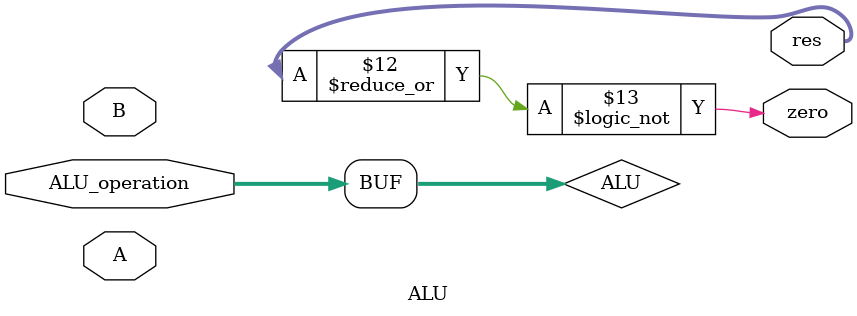
<source format=v>
`timescale 1ns / 1ps


module ALU(
    input [31:0] A,
    input [2:0] ALU_operation,
    input  [31:0] B,
    output reg [31:0] res,
    output zero
    );

    reg [2:0] ALU;

    reg [32:0] add;

    always @(*) begin
        ALU <= ALU_operation;
        add <= A + B;
        case (ALU)
            3'b000: res <= A&B; 
            3'b001: res <= A|B;
            3'b010: res <= add;
            3'b110: res <= A - B;
            3'b111: res <= A < B ? 1 : 0;
            3'b100: res <= ~(A|B);
            3'b101: res <= A >> B[4:0]; //shift right logical
            3'b011: res <= A^B;
        endcase
    end

    assign zero = ~|res;

endmodule

</source>
